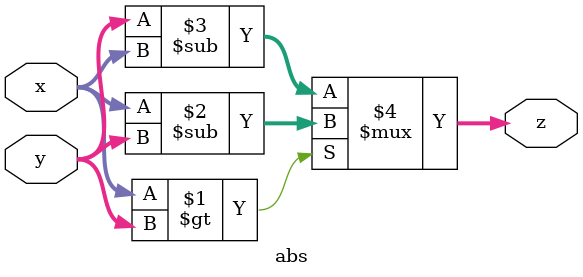
<source format=v>
module abs(
    input   [7:0]   x,
    input   [7:0]   y,
    output [7:0]   z
    );

assign  z= (x > y) ? (x - y) : (y - x);

endmodule

</source>
